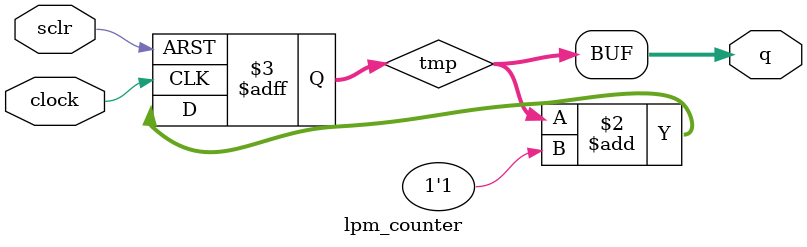
<source format=v>


module lpm_counter (clock, sclr, q);
   parameter lpm_width = 8; //Default size =8 bits 
   parameter lpm_modulus = 64; // Default
   
   input  clock, sclr;
   output [lpm_width-1:0] q;
   
   reg    [lpm_width-1:0] tmp;

     always @(posedge clock or posedge sclr)
        begin
           if (sclr)
              tmp <= 0;
           else
              tmp <= tmp + 1'b1;
      end
           assign q = tmp;
endmodule

</source>
